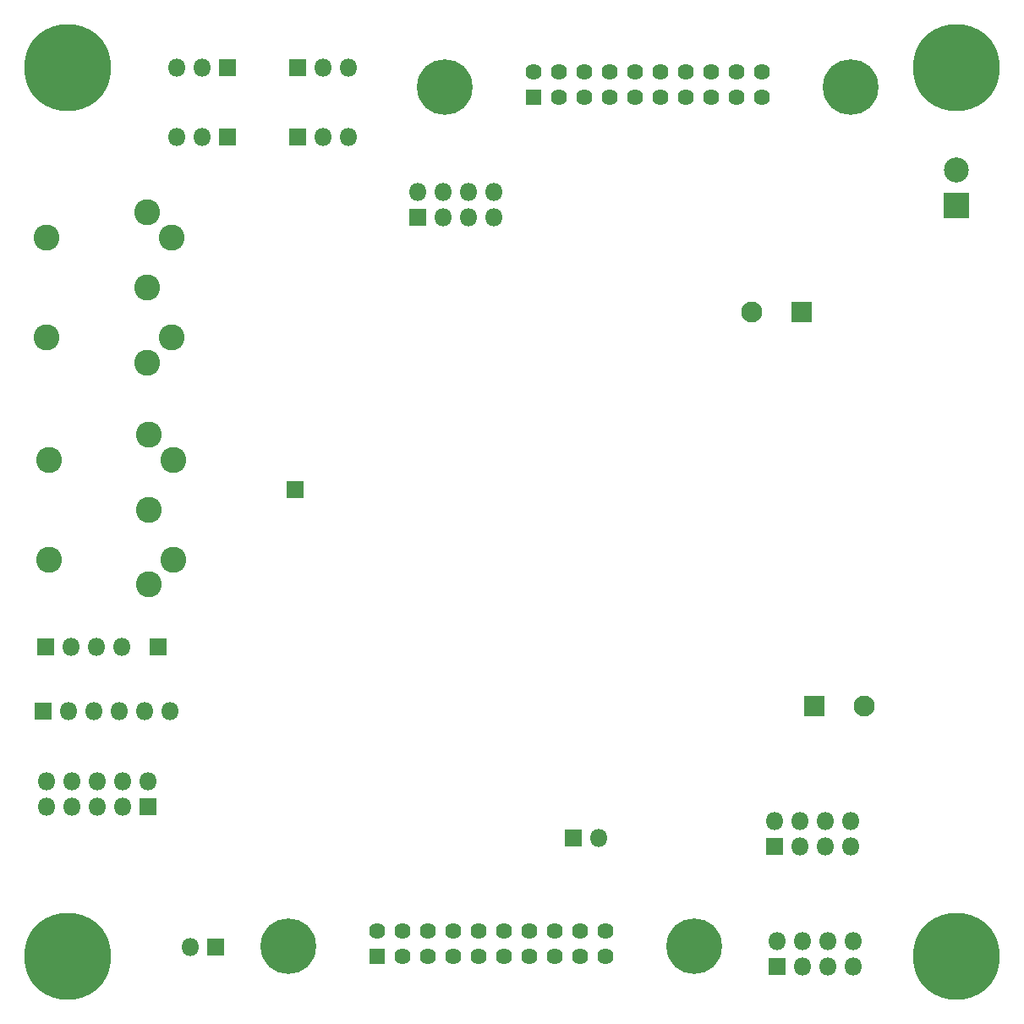
<source format=gbr>
G04 #@! TF.GenerationSoftware,KiCad,Pcbnew,(5.1.4-0-10_14)*
G04 #@! TF.CreationDate,2020-11-17T22:31:18+01:00*
G04 #@! TF.ProjectId,matrix_scanner,6d617472-6978-45f7-9363-616e6e65722e,rev?*
G04 #@! TF.SameCoordinates,Original*
G04 #@! TF.FileFunction,Soldermask,Bot*
G04 #@! TF.FilePolarity,Negative*
%FSLAX46Y46*%
G04 Gerber Fmt 4.6, Leading zero omitted, Abs format (unit mm)*
G04 Created by KiCad (PCBNEW (5.1.4-0-10_14)) date 2020-11-17 22:31:18*
%MOMM*%
%LPD*%
G04 APERTURE LIST*
%ADD10R,1.800000X1.800000*%
%ADD11O,1.800000X1.800000*%
%ADD12C,2.599360*%
%ADD13C,5.560000*%
%ADD14C,1.620000*%
%ADD15R,1.620000X1.620000*%
%ADD16C,2.500000*%
%ADD17R,2.500000X2.500000*%
%ADD18C,1.000000*%
%ADD19C,8.700000*%
%ADD20C,2.100000*%
%ADD21R,2.100000X2.100000*%
G04 APERTURE END LIST*
D10*
X39750000Y-59250000D03*
X26000000Y-75000000D03*
D11*
X29260000Y-105100000D03*
D10*
X31800000Y-105100000D03*
D12*
X14902300Y-34048740D03*
X14902300Y-44051260D03*
X27399100Y-34053820D03*
X24897200Y-46548080D03*
X24899740Y-39050000D03*
X27399100Y-44046180D03*
X24897200Y-31551920D03*
D11*
X70140000Y-94200000D03*
D10*
X67600000Y-94200000D03*
D11*
X27200000Y-81500000D03*
X24660000Y-81500000D03*
X22120000Y-81500000D03*
X19580000Y-81500000D03*
X17040000Y-81500000D03*
D10*
X14500000Y-81500000D03*
D12*
X15102300Y-56298740D03*
X15102300Y-66301260D03*
X27599100Y-56303820D03*
X25097200Y-68798080D03*
X25099740Y-61300000D03*
X27599100Y-66296180D03*
X25097200Y-53801920D03*
D11*
X95620000Y-104460000D03*
X95620000Y-107000000D03*
X93080000Y-104460000D03*
X93080000Y-107000000D03*
X90540000Y-104460000D03*
X90540000Y-107000000D03*
X88000000Y-104460000D03*
D10*
X88000000Y-107000000D03*
D11*
X95420000Y-92460000D03*
X95420000Y-95000000D03*
X92880000Y-92460000D03*
X92880000Y-95000000D03*
X90340000Y-92460000D03*
X90340000Y-95000000D03*
X87800000Y-92460000D03*
D10*
X87800000Y-95000000D03*
D11*
X22370000Y-75000000D03*
X19830000Y-75000000D03*
X17290000Y-75000000D03*
D10*
X14750000Y-75000000D03*
D11*
X59620000Y-29460000D03*
X59620000Y-32000000D03*
X57080000Y-29460000D03*
X57080000Y-32000000D03*
X54540000Y-29460000D03*
X54540000Y-32000000D03*
X52000000Y-29460000D03*
D10*
X52000000Y-32000000D03*
D13*
X79750000Y-104980000D03*
X39110000Y-104980000D03*
D14*
X70860000Y-103460000D03*
X70860000Y-106000000D03*
X68320000Y-103460000D03*
X68320000Y-106000000D03*
X65780000Y-103460000D03*
X65780000Y-106000000D03*
X63240000Y-103460000D03*
X63240000Y-106000000D03*
X60700000Y-103460000D03*
X60700000Y-106000000D03*
X58160000Y-103460000D03*
X58160000Y-106000000D03*
X55620000Y-103460000D03*
X55620000Y-106000000D03*
X53080000Y-103460000D03*
X53080000Y-106000000D03*
X50540000Y-103460000D03*
X50540000Y-106000000D03*
X48000000Y-103460000D03*
D15*
X48000000Y-106000000D03*
D13*
X95350000Y-18980000D03*
X54710000Y-18980000D03*
D14*
X86460000Y-17460000D03*
X86460000Y-20000000D03*
X83920000Y-17460000D03*
X83920000Y-20000000D03*
X81380000Y-17460000D03*
X81380000Y-20000000D03*
X78840000Y-17460000D03*
X78840000Y-20000000D03*
X76300000Y-17460000D03*
X76300000Y-20000000D03*
X73760000Y-17460000D03*
X73760000Y-20000000D03*
X71220000Y-17460000D03*
X71220000Y-20000000D03*
X68680000Y-17460000D03*
X68680000Y-20000000D03*
X66140000Y-17460000D03*
X66140000Y-20000000D03*
X63600000Y-17460000D03*
D15*
X63600000Y-20000000D03*
D11*
X45080000Y-24000000D03*
X42540000Y-24000000D03*
D10*
X40000000Y-24000000D03*
D11*
X45080000Y-17000000D03*
X42540000Y-17000000D03*
D10*
X40000000Y-17000000D03*
D11*
X27920000Y-17000000D03*
X30460000Y-17000000D03*
D10*
X33000000Y-17000000D03*
D11*
X27920000Y-24000000D03*
X30460000Y-24000000D03*
D10*
X33000000Y-24000000D03*
D11*
X14840000Y-88460000D03*
X14840000Y-91000000D03*
X17380000Y-88460000D03*
X17380000Y-91000000D03*
X19920000Y-88460000D03*
X19920000Y-91000000D03*
X22460000Y-88460000D03*
X22460000Y-91000000D03*
X25000000Y-88460000D03*
D10*
X25000000Y-91000000D03*
D16*
X106000000Y-27300000D03*
D17*
X106000000Y-30800000D03*
D18*
X19280419Y-14719581D03*
X17000000Y-13775000D03*
X14719581Y-14719581D03*
X13775000Y-17000000D03*
X14719581Y-19280419D03*
X17000000Y-20225000D03*
X19280419Y-19280419D03*
X20225000Y-17000000D03*
D19*
X17000000Y-17000000D03*
D18*
X19280419Y-103719581D03*
X17000000Y-102775000D03*
X14719581Y-103719581D03*
X13775000Y-106000000D03*
X14719581Y-108280419D03*
X17000000Y-109225000D03*
X19280419Y-108280419D03*
X20225000Y-106000000D03*
D19*
X17000000Y-106000000D03*
D18*
X108280419Y-14719581D03*
X106000000Y-13775000D03*
X103719581Y-14719581D03*
X102775000Y-17000000D03*
X103719581Y-19280419D03*
X106000000Y-20225000D03*
X108280419Y-19280419D03*
X109225000Y-17000000D03*
D19*
X106000000Y-17000000D03*
D18*
X108280419Y-103719581D03*
X106000000Y-102775000D03*
X103719581Y-103719581D03*
X102775000Y-106000000D03*
X103719581Y-108280419D03*
X106000000Y-109225000D03*
X108280419Y-108280419D03*
X109225000Y-106000000D03*
D19*
X106000000Y-106000000D03*
D20*
X85500000Y-41500000D03*
D21*
X90500000Y-41500000D03*
D20*
X96750000Y-81000000D03*
D21*
X91750000Y-81000000D03*
M02*

</source>
